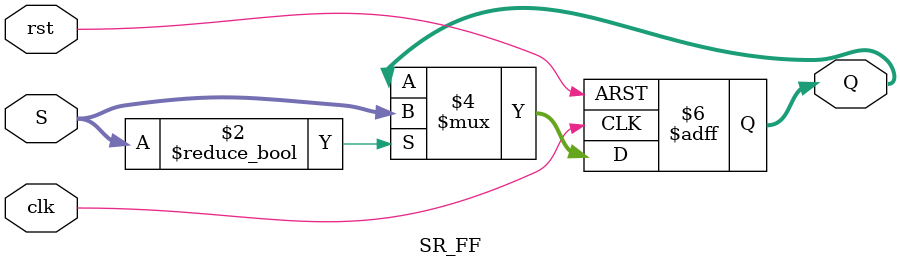
<source format=v>
`timescale 1ns / 1ps


module SR_FF #(parameter WIDTH=32) (
    input clk, rst,
    input [WIDTH-1:0] S,
    output reg [WIDTH-1:0] Q );

    initial Q <= 0;
    always @ ( posedge clk, posedge rst ) begin
        if(rst) begin 
            Q <= 0;
        end else if(S) begin
            Q <= S;
        end 
    end

endmodule

</source>
